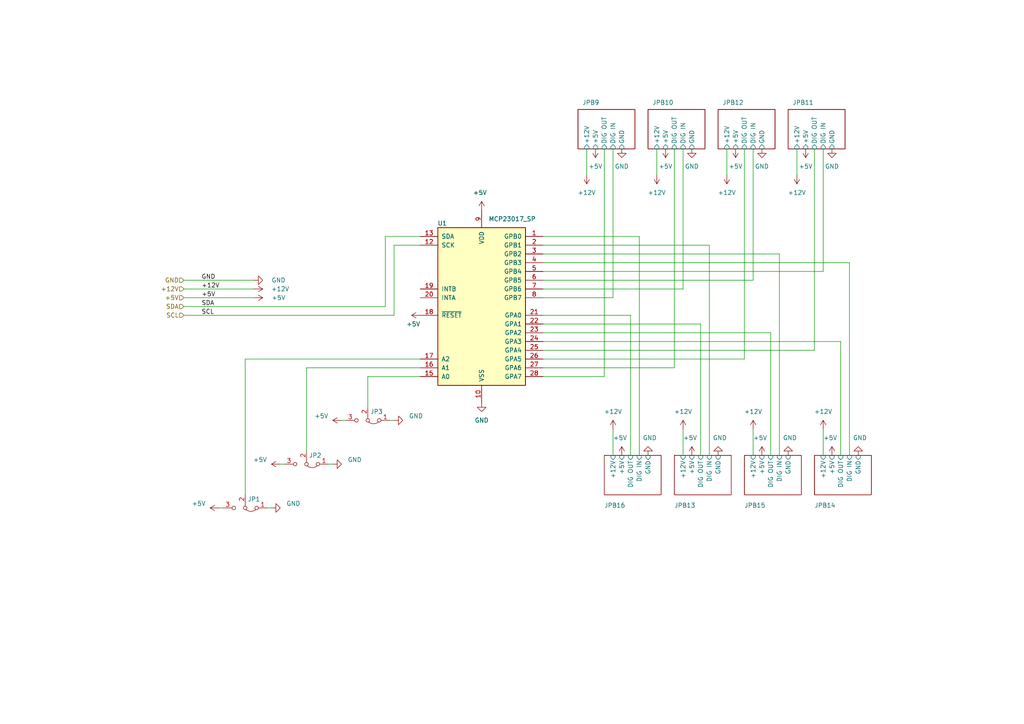
<source format=kicad_sch>
(kicad_sch (version 20211123) (generator eeschema)
  (paper "A4")
  (lib_symbols
    (symbol "Interface_Expansion:MCP23017_SP" (pin_names (offset 1.016))
      (property "Reference" "U" (at -11.43 24.13 0))
      (property "Value" "MCP23017_SP" (at 0 0 0))
      (symbol "MCP23017_SP_0_1"
        (rectangle (start -12.7 22.86) (end 12.7 -22.86) (stroke (width 0.254)) (fill (type background)))
      )
      (symbol "MCP23017_SP_1_1"
        (pin bidirectional line (at 17.78 20.32 180) (length 5.08) (name "GPB0") (number "1"))
        (pin power_in line (at 0 -27.94 90) (length 5.08) (name "VSS") (number "10"))
        (pin no_connect line (at -12.7 15.24 0) (length 5.08) hide (name "NC") (number "11"))
        (pin input line (at -17.78 17.78 0) (length 5.08) (name "SCK") (number "12"))
        (pin bidirectional line (at -17.78 20.32 0) (length 5.08) (name "SDA") (number "13"))
        (pin no_connect line (at -12.7 12.7 0) (length 5.08) hide (name "NC") (number "14"))
        (pin input line (at -17.78 -20.32 0) (length 5.08) (name "A0") (number "15"))
        (pin input line (at -17.78 -17.78 0) (length 5.08) (name "A1") (number "16"))
        (pin input line (at -17.78 -15.24 0) (length 5.08) (name "A2") (number "17"))
        (pin input line (at -17.78 -2.54 0) (length 5.08) (name "~{RESET}") (number "18"))
        (pin tri_state line (at -17.78 5.08 0) (length 5.08) (name "INTB") (number "19"))
        (pin bidirectional line (at 17.78 17.78 180) (length 5.08) (name "GPB1") (number "2"))
        (pin tri_state line (at -17.78 2.54 0) (length 5.08) (name "INTA") (number "20"))
        (pin bidirectional line (at 17.78 -2.54 180) (length 5.08) (name "GPA0") (number "21"))
        (pin bidirectional line (at 17.78 -5.08 180) (length 5.08) (name "GPA1") (number "22"))
        (pin bidirectional line (at 17.78 -7.62 180) (length 5.08) (name "GPA2") (number "23"))
        (pin bidirectional line (at 17.78 -10.16 180) (length 5.08) (name "GPA3") (number "24"))
        (pin bidirectional line (at 17.78 -12.7 180) (length 5.08) (name "GPA4") (number "25"))
        (pin bidirectional line (at 17.78 -15.24 180) (length 5.08) (name "GPA5") (number "26"))
        (pin bidirectional line (at 17.78 -17.78 180) (length 5.08) (name "GPA6") (number "27"))
        (pin bidirectional line (at 17.78 -20.32 180) (length 5.08) (name "GPA7") (number "28"))
        (pin bidirectional line (at 17.78 15.24 180) (length 5.08) (name "GPB2") (number "3"))
        (pin bidirectional line (at 17.78 12.7 180) (length 5.08) (name "GPB3") (number "4"))
        (pin bidirectional line (at 17.78 10.16 180) (length 5.08) (name "GPB4") (number "5"))
        (pin bidirectional line (at 17.78 7.62 180) (length 5.08) (name "GPB5") (number "6"))
        (pin bidirectional line (at 17.78 5.08 180) (length 5.08) (name "GPB6") (number "7"))
        (pin bidirectional line (at 17.78 2.54 180) (length 5.08) (name "GPB7") (number "8"))
        (pin power_in line (at 0 27.94 270) (length 5.08) (name "VDD") (number "9"))
      )
    )
    (symbol "Jumper:Jumper_3_Bridged12" (pin_names (offset 0) hide)
      (property "Reference" "JP" (at -2.54 -2.54 0))
      (property "Value" "Jumper_3_Bridged12" (at 0 2.794 0))
      (symbol "Jumper_3_Bridged12_0_0"
        (circle (center -3.302 0) (radius 0.508))
        (circle (center 0 0) (radius 0.508))
        (circle (center 3.302 0) (radius 0.508))
      )
      (symbol "Jumper_3_Bridged12_0_1"
        (arc (start -0.254 0.508) (mid -1.651 0.9912) (end -3.048 0.508))
        (polyline (pts (xy 0 -1.27) (xy 0 -0.508)))
      )
      (symbol "Jumper_3_Bridged12_1_1"
        (pin passive line (at -6.35 0 0) (length 2.54) (name "A") (number "1"))
        (pin passive line (at 0 -3.81 90) (length 2.54) (name "C") (number "2"))
        (pin passive line (at 6.35 0 180) (length 2.54) (name "B") (number "3"))
      )
    )
    (symbol "power:+12V" (power) (pin_names (offset 0))
      (property "Value" "+12V" (at 0 3.556 0))
      (symbol "+12V_0_1"
        (polyline (pts (xy -0.762 1.27) (xy 0 2.54)))
        (polyline (pts (xy 0 0) (xy 0 2.54)))
        (polyline (pts (xy 0 2.54) (xy 0.762 1.27)))
      )
      (symbol "+12V_1_1"
        (pin power_in line (at 0 0 90) (length 0) hide (name "+12V") (number "1"))
      )
    )
    (symbol "power:+5V" (power) (pin_names (offset 0))
      (property "Value" "+5V" (at 0 3.556 0))
      (symbol "+5V_0_1"
        (polyline (pts (xy -0.762 1.27) (xy 0 2.54)))
        (polyline (pts (xy 0 0) (xy 0 2.54)))
        (polyline (pts (xy 0 2.54) (xy 0.762 1.27)))
      )
      (symbol "+5V_1_1"
        (pin power_in line (at 0 0 90) (length 0) hide (name "+5V") (number "1"))
      )
    )
    (symbol "power:GND" (power) (pin_names (offset 0))
      (property "Value" "GND" (at 0 -3.81 0))
      (symbol "GND_0_1"
        (polyline (pts (xy 0 0) (xy 0 -1.27) (xy 1.27 -1.27) (xy 0 -2.54) (xy -1.27 -1.27) (xy 0 -1.27)))
      )
      (symbol "GND_1_1"
        (pin power_in line (at 0 0 270) (length 0) hide (name "GND") (number "1"))
      )
    )
  )
  (wire (pts (xy 53.34 86.36) (xy 73.66 86.36)))
  (wire (pts (xy 157.48 109.22) (xy 175.26 109.22)))
  (wire (pts (xy 157.48 73.66) (xy 226.06 73.66)))
  (wire (pts (xy 223.52 96.52) (xy 223.52 132.08)))
  (wire (pts (xy 157.48 68.58) (xy 185.42 68.58)))
  (wire (pts (xy 185.42 68.58) (xy 185.42 132.08)))
  (wire (pts (xy 88.9 106.68) (xy 88.9 130.81)))
  (wire (pts (xy 177.8 86.36) (xy 177.8 43.18)))
  (wire (pts (xy 246.38 76.2) (xy 246.38 132.08)))
  (wire (pts (xy 157.48 78.74) (xy 238.76 78.74)))
  (wire (pts (xy 231.14 50.8) (xy 231.14 43.18)))
  (wire (pts (xy 53.34 83.82) (xy 73.66 83.82)))
  (wire (pts (xy 114.3 71.12) (xy 121.92 71.12)))
  (wire (pts (xy 157.48 71.12) (xy 205.74 71.12)))
  (wire (pts (xy 205.74 71.12) (xy 205.74 132.08)))
  (wire (pts (xy 157.48 93.98) (xy 203.2 93.98)))
  (wire (pts (xy 198.12 83.82) (xy 198.12 43.18)))
  (wire (pts (xy 53.34 81.28) (xy 73.66 81.28)))
  (wire (pts (xy 95.25 134.62) (xy 96.52 134.62)))
  (wire (pts (xy 53.34 88.9) (xy 111.76 88.9)))
  (wire (pts (xy 157.48 91.44) (xy 182.88 91.44)))
  (wire (pts (xy 53.34 91.44) (xy 114.3 91.44)))
  (wire (pts (xy 111.76 68.58) (xy 111.76 88.9)))
  (wire (pts (xy 114.3 71.12) (xy 114.3 91.44)))
  (wire (pts (xy 157.48 104.14) (xy 215.9 104.14)))
  (wire (pts (xy 170.18 50.8) (xy 170.18 43.18)))
  (wire (pts (xy 157.48 76.2) (xy 246.38 76.2)))
  (wire (pts (xy 177.8 124.46) (xy 177.8 132.08)))
  (wire (pts (xy 71.12 104.14) (xy 71.12 143.51)))
  (wire (pts (xy 106.68 109.22) (xy 106.68 118.11)))
  (wire (pts (xy 203.2 93.98) (xy 203.2 132.08)))
  (wire (pts (xy 121.92 109.22) (xy 106.68 109.22)))
  (wire (pts (xy 175.26 109.22) (xy 175.26 43.18)))
  (wire (pts (xy 182.88 91.44) (xy 182.88 132.08)))
  (wire (pts (xy 111.76 68.58) (xy 121.92 68.58)))
  (wire (pts (xy 215.9 104.14) (xy 215.9 43.18)))
  (wire (pts (xy 195.58 106.68) (xy 195.58 43.18)))
  (wire (pts (xy 243.84 99.06) (xy 243.84 132.08)))
  (wire (pts (xy 218.44 124.46) (xy 218.44 132.08)))
  (wire (pts (xy 238.76 124.46) (xy 238.76 132.08)))
  (wire (pts (xy 81.28 134.62) (xy 82.55 134.62)))
  (wire (pts (xy 121.92 104.14) (xy 71.12 104.14)))
  (wire (pts (xy 121.92 106.68) (xy 88.9 106.68)))
  (wire (pts (xy 157.48 86.36) (xy 177.8 86.36)))
  (wire (pts (xy 113.03 121.92) (xy 114.3 121.92)))
  (wire (pts (xy 218.44 81.28) (xy 218.44 43.18)))
  (wire (pts (xy 198.12 124.46) (xy 198.12 132.08)))
  (wire (pts (xy 157.48 106.68) (xy 195.58 106.68)))
  (wire (pts (xy 238.76 78.74) (xy 238.76 43.18)))
  (wire (pts (xy 157.48 81.28) (xy 218.44 81.28)))
  (wire (pts (xy 190.5 50.8) (xy 190.5 43.18)))
  (wire (pts (xy 226.06 73.66) (xy 226.06 132.08)))
  (wire (pts (xy 236.22 101.6) (xy 236.22 43.18)))
  (wire (pts (xy 157.48 83.82) (xy 198.12 83.82)))
  (wire (pts (xy 63.5 147.32) (xy 64.77 147.32)))
  (wire (pts (xy 210.82 50.8) (xy 210.82 43.18)))
  (wire (pts (xy 77.47 147.32) (xy 78.74 147.32)))
  (wire (pts (xy 157.48 96.52) (xy 223.52 96.52)))
  (wire (pts (xy 99.06 121.92) (xy 100.33 121.92)))
  (wire (pts (xy 157.48 99.06) (xy 243.84 99.06)))
  (wire (pts (xy 157.48 101.6) (xy 236.22 101.6)))
  (label "SDA" (at 58.42 88.9 0))
  (label "GND" (at 58.42 81.28 0))
  (label "SCL" (at 58.42 91.44 0))
  (label "+12V" (at 58.42 83.82 0))
  (label "+5V" (at 58.42 86.36 0))
  (hierarchical_label "GND" (shape input) (at 53.34 81.28 180))
  (hierarchical_label "+5V" (shape input) (at 53.34 86.36 180))
  (hierarchical_label "+12V" (shape input) (at 53.34 83.82 180))
  (hierarchical_label "SCL" (shape input) (at 53.34 91.44 180))
  (hierarchical_label "SDA" (shape input) (at 53.34 88.9 180))
  (symbol (lib_id "power:GND") (at 248.92 132.08 0) (mirror x) (unit 1)
    (property "Reference" "#PWR036" (effects hide))
    (property "Value" "GND" (at 251.46 127 0) (effects (justify right)))
  )
  (symbol (lib_id "Jumper:Jumper_3_Bridged12") (at 71.12 147.32 180) (unit 1)
    (property "Reference" "JP1" (at 73.66 144.78 0))
    (property "Value" "Jumper_3" (effects hide))
    (property "Footprint" "Jumper:SolderJumper-3_P1.3mm_Open_Pad1.0x1.5mm_NumberLabels" (effects hide))
  )
  (symbol (lib_id "Jumper:Jumper_3_Bridged12") (at 106.68 121.92 180) (unit 1)
    (property "Reference" "JP3" (at 109.22 119.38 0))
    (property "Value" "Jumper_3" (effects hide))
    (property "Footprint" "Jumper:SolderJumper-3_P1.3mm_Open_Pad1.0x1.5mm_NumberLabels" (effects hide))
  )
  (symbol (lib_id "power:+5V") (at 99.06 121.92 90) (unit 1)
    (property "Reference" "#PWR08" (effects hide))
    (property "Value" "+5V" (at 95.25 120.65 90) (effects (justify left)))
  )
  (symbol (lib_id "power:+5V") (at 81.28 134.62 90) (unit 1)
    (property "Reference" "#PWR06" (effects hide))
    (property "Value" "+5V" (at 77.47 133.35 90) (effects (justify left)))
  )
  (symbol (lib_id "power:GND") (at 208.28 132.08 0) (mirror x) (unit 1)
    (property "Reference" "#PWR024" (effects hide))
    (property "Value" "GND" (at 210.82 127 0) (effects (justify right)))
  )
  (symbol (lib_id "power:+5V") (at 200.66 132.08 0) (unit 1)
    (property "Reference" "#PWR023" (effects hide))
    (property "Value" "+5V" (at 198.12 127 0) (effects (justify left)))
  )
  (symbol (lib_id "power:+5V") (at 193.04 43.18 0) (mirror x) (unit 1)
    (property "Reference" "#PWR020" (effects hide))
    (property "Value" "+5V" (at 193.04 48.26 0))
  )
  (symbol (lib_id "power:GND") (at 78.74 147.32 90) (unit 1)
    (property "Reference" "#PWR05" (effects hide))
    (property "Value" "GND" (at 85.09 146.05 90))
  )
  (symbol (lib_id "power:+5V") (at 172.72 43.18 0) (mirror x) (unit 1)
    (property "Reference" "#PWR014" (effects hide))
    (property "Value" "+5V" (at 172.72 48.26 0))
  )
  (symbol (lib_id "power:GND") (at 220.98 43.18 0) (unit 1)
    (property "Reference" "#PWR028" (effects hide))
    (property "Value" "GND" (at 220.98 48.26 0))
  )
  (symbol (lib_id "power:GND") (at 241.3 43.18 0) (unit 1)
    (property "Reference" "#PWR034" (effects hide))
    (property "Value" "GND" (at 241.3 48.26 0))
  )
  (symbol (lib_id "power:+12V") (at 231.14 50.8 0) (mirror x) (unit 1)
    (property "Reference" "#PWR031" (effects hide))
    (property "Value" "+12V" (at 231.14 55.88 0))
  )
  (symbol (lib_id "power:GND") (at 228.6 132.08 0) (mirror x) (unit 1)
    (property "Reference" "#PWR030" (effects hide))
    (property "Value" "GND" (at 231.14 127 0) (effects (justify right)))
  )
  (symbol (lib_id "power:+5V") (at 213.36 43.18 0) (mirror x) (unit 1)
    (property "Reference" "#PWR026" (effects hide))
    (property "Value" "+5V" (at 213.36 48.26 0))
  )
  (symbol (lib_id "power:GND") (at 187.96 132.08 0) (mirror x) (unit 1)
    (property "Reference" "#PWR018" (effects hide))
    (property "Value" "GND" (at 190.5 127 0) (effects (justify right)))
  )
  (symbol (lib_id "power:GND") (at 139.7 116.84 0) (unit 1)
    (property "Reference" "#PWR012" (effects hide))
    (property "Value" "GND" (at 139.7 121.92 0))
  )
  (symbol (lib_id "power:+12V") (at 218.44 124.46 0) (unit 1)
    (property "Reference" "#PWR027" (effects hide))
    (property "Value" "+12V" (at 218.44 119.38 0))
  )
  (symbol (lib_id "power:+5V") (at 63.5 147.32 90) (unit 1)
    (property "Reference" "#PWR01" (effects hide))
    (property "Value" "+5V" (at 59.69 146.05 90) (effects (justify left)))
  )
  (symbol (lib_id "power:GND") (at 180.34 43.18 0) (unit 1)
    (property "Reference" "#PWR016" (effects hide))
    (property "Value" "GND" (at 180.34 48.26 0))
  )
  (symbol (lib_id "power:+5V") (at 73.66 86.36 270) (mirror x) (unit 1)
    (property "Reference" "#PWR04" (effects hide))
    (property "Value" "+5V" (at 78.74 86.36 90) (effects (justify left)))
  )
  (symbol (lib_id "power:GND") (at 200.66 43.18 0) (unit 1)
    (property "Reference" "#PWR022" (effects hide))
    (property "Value" "GND" (at 200.66 48.26 0))
  )
  (symbol (lib_id "Interface_Expansion:MCP23017_SP") (at 139.7 88.9 0) (unit 1)
    (property "Reference" "U1" (at 128.27 64.77 0))
    (property "Value" "MCP23017_SP" (at 141.7194 63.5 0) (effects (justify left)))
    (property "Footprint" "Package_DIP:DIP-28_W7.62mm" (effects hide))
    (property "Datasheet" "http://ww1.microchip.com/downloads/en/DeviceDoc/20001952C.pdf" (effects hide))
  )
  (symbol (lib_id "power:+12V") (at 210.82 50.8 0) (mirror x) (unit 1)
    (property "Reference" "#PWR025" (effects hide))
    (property "Value" "+12V" (at 210.82 55.88 0))
  )
  (symbol (lib_id "power:+12V") (at 177.8 124.46 0) (unit 1)
    (property "Reference" "#PWR015" (effects hide))
    (property "Value" "+12V" (at 177.8 119.38 0))
  )
  (symbol (lib_id "power:+12V") (at 73.66 83.82 270) (mirror x) (unit 1)
    (property "Reference" "#PWR03" (effects hide))
    (property "Value" "+12V" (at 81.28 83.82 90))
  )
  (symbol (lib_id "power:+12V") (at 170.18 50.8 0) (mirror x) (unit 1)
    (property "Reference" "#PWR013" (effects hide))
    (property "Value" "+12V" (at 170.18 55.88 0))
  )
  (symbol (lib_id "power:+5V") (at 233.68 43.18 0) (mirror x) (unit 1)
    (property "Reference" "#PWR032" (effects hide))
    (property "Value" "+5V" (at 233.68 48.26 0))
  )
  (symbol (lib_id "power:+5V") (at 220.98 132.08 0) (unit 1)
    (property "Reference" "#PWR029" (effects hide))
    (property "Value" "+5V" (at 218.44 127 0) (effects (justify left)))
  )
  (symbol (lib_id "power:+5V") (at 241.3 132.08 0) (unit 1)
    (property "Reference" "#PWR035" (effects hide))
    (property "Value" "+5V" (at 238.76 127 0) (effects (justify left)))
  )
  (symbol (lib_id "Jumper:Jumper_3_Bridged12") (at 88.9 134.62 180) (unit 1)
    (property "Reference" "JP2" (at 91.44 132.08 0))
    (property "Value" "Jumper_3" (effects hide))
    (property "Footprint" "Jumper:SolderJumper-3_P1.3mm_Open_Pad1.0x1.5mm_NumberLabels" (effects hide))
  )
  (symbol (lib_id "power:+5V") (at 121.92 91.44 90) (unit 1)
    (property "Reference" "#PWR010" (effects hide))
    (property "Value" "+5V" (at 121.92 93.98 90) (effects (justify left)))
  )
  (symbol (lib_id "power:GND") (at 96.52 134.62 90) (unit 1)
    (property "Reference" "#PWR07" (effects hide))
    (property "Value" "GND" (at 102.87 133.35 90))
  )
  (symbol (lib_id "power:+5V") (at 180.34 132.08 0) (unit 1)
    (property "Reference" "#PWR017" (effects hide))
    (property "Value" "+5V" (at 177.8 127 0) (effects (justify left)))
  )
  (symbol (lib_id "power:+12V") (at 190.5 50.8 0) (mirror x) (unit 1)
    (property "Reference" "#PWR019" (effects hide))
    (property "Value" "+12V" (at 190.5 55.88 0))
  )
  (symbol (lib_id "power:GND") (at 73.66 81.28 90) (unit 1)
    (property "Reference" "#PWR02" (effects hide))
    (property "Value" "GND" (at 78.74 81.28 90) (effects (justify right)))
  )
  (symbol (lib_id "power:GND") (at 114.3 121.92 90) (unit 1)
    (property "Reference" "#PWR09" (effects hide))
    (property "Value" "GND" (at 120.65 120.65 90))
  )
  (symbol (lib_id "power:+12V") (at 238.76 124.46 0) (unit 1)
    (property "Reference" "#PWR033" (effects hide))
    (property "Value" "+12V" (at 238.76 119.38 0))
  )
  (symbol (lib_id "power:+5V") (at 139.7 60.96 0) (unit 1)
    (property "Reference" "#PWR011" (effects hide))
    (property "Value" "+5V" (at 137.16 55.88 0) (effects (justify left)))
  )
  (symbol (lib_id "power:+12V") (at 198.12 124.46 0) (unit 1)
    (property "Reference" "#PWR021" (effects hide))
    (property "Value" "+12V" (at 198.12 119.38 0))
  )
  (sheet (at 228.6 31.75) (size 16.51 11.43) (stroke (width 0.1524))
    (property "Sheet name" "JPB11" (at 229.87 30.48 0) (effects (justify left bottom)))
    (property "Sheet file" "button_circuit.kicad_sch" (effects hide))
    (pin "+5V" input (at 233.68 43.18 270))
    (pin "DIG IN" input (at 238.76 43.18 270))
    (pin "GND" input (at 241.3 43.18 270))
    (pin "+12V" input (at 231.14 43.18 270))
    (pin "DIG OUT" input (at 236.22 43.18 270))
  )
  (sheet (at 167.64 31.75) (size 16.51 11.43) (stroke (width 0.1524))
    (property "Sheet name" "JPB9" (at 168.91 30.48 0) (effects (justify left bottom)))
    (property "Sheet file" "button_circuit.kicad_sch" (effects hide))
    (pin "+5V" input (at 172.72 43.18 270))
    (pin "DIG IN" input (at 177.8 43.18 270))
    (pin "GND" input (at 180.34 43.18 270))
    (pin "+12V" input (at 170.18 43.18 270))
    (pin "DIG OUT" input (at 175.26 43.18 270))
  )
  (sheet (at 195.58 132.08) (size 16.51 11.43) (stroke (width 0.1524))
    (property "Sheet name" "JPB13" (at 195.58 147.32 0) (effects (justify left bottom)))
    (property "Sheet file" "button_circuit.kicad_sch" (effects hide))
    (pin "+5V" input (at 200.66 132.08 90))
    (pin "DIG IN" input (at 205.74 132.08 90))
    (pin "GND" input (at 208.28 132.08 90))
    (pin "+12V" input (at 198.12 132.08 90))
    (pin "DIG OUT" input (at 203.2 132.08 90))
  )
  (sheet (at 215.9 132.08) (size 16.51 11.43) (stroke (width 0.1524))
    (property "Sheet name" "JPB15" (at 215.9 147.32 0) (effects (justify left bottom)))
    (property "Sheet file" "button_circuit.kicad_sch" (effects hide))
    (pin "+5V" input (at 220.98 132.08 90))
    (pin "DIG IN" input (at 226.06 132.08 90))
    (pin "GND" input (at 228.6 132.08 90))
    (pin "+12V" input (at 218.44 132.08 90))
    (pin "DIG OUT" input (at 223.52 132.08 90))
  )
  (sheet (at 208.28 31.75) (size 16.51 11.43) (stroke (width 0.1524))
    (property "Sheet name" "JPB12" (at 209.55 30.48 0) (effects (justify left bottom)))
    (property "Sheet file" "button_circuit.kicad_sch" (effects hide))
    (pin "+5V" input (at 213.36 43.18 270))
    (pin "DIG IN" input (at 218.44 43.18 270))
    (pin "GND" input (at 220.98 43.18 270))
    (pin "+12V" input (at 210.82 43.18 270))
    (pin "DIG OUT" input (at 215.9 43.18 270))
  )
  (sheet (at 175.26 132.08) (size 16.51 11.43) (stroke (width 0.1524))
    (property "Sheet name" "JPB16" (at 175.26 147.32 0) (effects (justify left bottom)))
    (property "Sheet file" "button_circuit.kicad_sch" (effects hide))
    (pin "+5V" input (at 180.34 132.08 90))
    (pin "DIG IN" input (at 185.42 132.08 90))
    (pin "GND" input (at 187.96 132.08 90))
    (pin "+12V" input (at 177.8 132.08 90))
    (pin "DIG OUT" input (at 182.88 132.08 90))
  )
  (sheet (at 236.22 132.08) (size 16.51 11.43) (stroke (width 0.1524))
    (property "Sheet name" "JPB14" (at 236.22 147.32 0) (effects (justify left bottom)))
    (property "Sheet file" "button_circuit.kicad_sch" (effects hide))
    (pin "+5V" input (at 241.3 132.08 90))
    (pin "DIG IN" input (at 246.38 132.08 90))
    (pin "GND" input (at 248.92 132.08 90))
    (pin "+12V" input (at 238.76 132.08 90))
    (pin "DIG OUT" input (at 243.84 132.08 90))
  )
  (sheet (at 187.96 31.75) (size 16.51 11.43) (stroke (width 0.1524))
    (property "Sheet name" "JPB10" (at 189.23 30.48 0) (effects (justify left bottom)))
    (property "Sheet file" "button_circuit.kicad_sch" (effects hide))
    (pin "+5V" input (at 193.04 43.18 270))
    (pin "DIG IN" input (at 198.12 43.18 270))
    (pin "GND" input (at 200.66 43.18 270))
    (pin "+12V" input (at 190.5 43.18 270))
    (pin "DIG OUT" input (at 195.58 43.18 270))
  )
)
</source>
